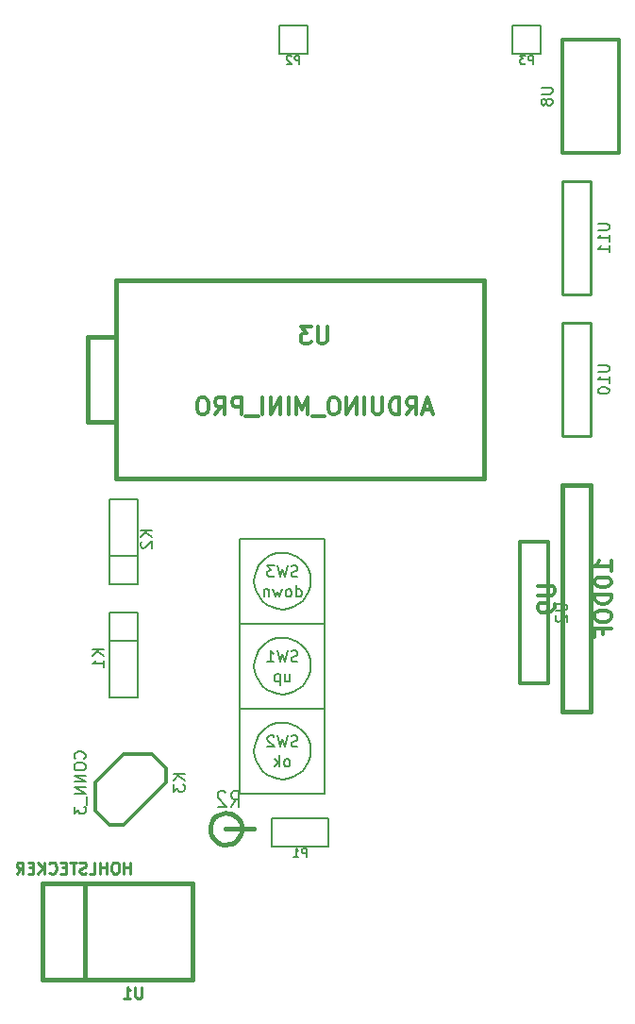
<source format=gbo>
G04 (created by PCBNEW-RS274X (2012-apr-16-27)-stable) date So 26 Okt 2014 19:58:05 CET*
G01*
G70*
G90*
%MOIN*%
G04 Gerber Fmt 3.4, Leading zero omitted, Abs format*
%FSLAX34Y34*%
G04 APERTURE LIST*
%ADD10C,0.006000*%
%ADD11C,0.015000*%
%ADD12C,0.005000*%
%ADD13C,0.012000*%
%ADD14C,0.010000*%
%ADD15C,0.008000*%
G04 APERTURE END LIST*
G54D10*
G54D11*
X-00800Y-33700D02*
X-01100Y-33700D01*
X-01100Y-33700D02*
X-01100Y-30300D01*
X-01100Y-30300D02*
X-00800Y-30300D01*
X00400Y-33700D02*
X00400Y-30300D01*
X04200Y-33700D02*
X04200Y-30300D01*
X-00800Y-30300D02*
X04200Y-30300D01*
X-00800Y-33700D02*
X04200Y-33700D01*
G54D12*
X08375Y-19625D02*
X08355Y-19819D01*
X08299Y-20006D01*
X08207Y-20178D01*
X08084Y-20329D01*
X07934Y-20454D01*
X07762Y-20546D01*
X07576Y-20604D01*
X07381Y-20624D01*
X07188Y-20607D01*
X07001Y-20552D01*
X06828Y-20461D01*
X06676Y-20339D01*
X06550Y-20189D01*
X06456Y-20018D01*
X06397Y-19832D01*
X06376Y-19638D01*
X06392Y-19445D01*
X06446Y-19257D01*
X06535Y-19084D01*
X06656Y-18931D01*
X06805Y-18804D01*
X06975Y-18709D01*
X07161Y-18649D01*
X07355Y-18626D01*
X07548Y-18641D01*
X07736Y-18693D01*
X07910Y-18781D01*
X08064Y-18901D01*
X08192Y-19049D01*
X08288Y-19219D01*
X08350Y-19404D01*
X08374Y-19598D01*
X08375Y-19625D01*
X08875Y-18125D02*
X05875Y-18125D01*
X05875Y-18125D02*
X05875Y-21125D01*
X05875Y-21125D02*
X08875Y-21125D01*
X08875Y-18125D02*
X08875Y-21125D01*
X08375Y-25625D02*
X08355Y-25819D01*
X08299Y-26006D01*
X08207Y-26178D01*
X08084Y-26329D01*
X07934Y-26454D01*
X07762Y-26546D01*
X07576Y-26604D01*
X07381Y-26624D01*
X07188Y-26607D01*
X07001Y-26552D01*
X06828Y-26461D01*
X06676Y-26339D01*
X06550Y-26189D01*
X06456Y-26018D01*
X06397Y-25832D01*
X06376Y-25638D01*
X06392Y-25445D01*
X06446Y-25257D01*
X06535Y-25084D01*
X06656Y-24931D01*
X06805Y-24804D01*
X06975Y-24709D01*
X07161Y-24649D01*
X07355Y-24626D01*
X07548Y-24641D01*
X07736Y-24693D01*
X07910Y-24781D01*
X08064Y-24901D01*
X08192Y-25049D01*
X08288Y-25219D01*
X08350Y-25404D01*
X08374Y-25598D01*
X08375Y-25625D01*
X08875Y-24125D02*
X05875Y-24125D01*
X05875Y-24125D02*
X05875Y-27125D01*
X05875Y-27125D02*
X08875Y-27125D01*
X08875Y-24125D02*
X08875Y-27125D01*
X08375Y-22625D02*
X08355Y-22819D01*
X08299Y-23006D01*
X08207Y-23178D01*
X08084Y-23329D01*
X07934Y-23454D01*
X07762Y-23546D01*
X07576Y-23604D01*
X07381Y-23624D01*
X07188Y-23607D01*
X07001Y-23552D01*
X06828Y-23461D01*
X06676Y-23339D01*
X06550Y-23189D01*
X06456Y-23018D01*
X06397Y-22832D01*
X06376Y-22638D01*
X06392Y-22445D01*
X06446Y-22257D01*
X06535Y-22084D01*
X06656Y-21931D01*
X06805Y-21804D01*
X06975Y-21709D01*
X07161Y-21649D01*
X07355Y-21626D01*
X07548Y-21641D01*
X07736Y-21693D01*
X07910Y-21781D01*
X08064Y-21901D01*
X08192Y-22049D01*
X08288Y-22219D01*
X08350Y-22404D01*
X08374Y-22598D01*
X08375Y-22625D01*
X08875Y-21125D02*
X05875Y-21125D01*
X05875Y-21125D02*
X05875Y-24125D01*
X05875Y-24125D02*
X08875Y-24125D01*
X08875Y-21125D02*
X08875Y-24125D01*
G54D11*
X05375Y-28375D02*
X06375Y-28375D01*
X05934Y-28375D02*
X05923Y-28483D01*
X05891Y-28588D01*
X05840Y-28684D01*
X05771Y-28768D01*
X05687Y-28838D01*
X05591Y-28890D01*
X05487Y-28922D01*
X05378Y-28933D01*
X05271Y-28924D01*
X05166Y-28893D01*
X05069Y-28842D01*
X04984Y-28774D01*
X04914Y-28690D01*
X04862Y-28595D01*
X04829Y-28491D01*
X04817Y-28382D01*
X04826Y-28275D01*
X04856Y-28170D01*
X04906Y-28073D01*
X04973Y-27987D01*
X05056Y-27916D01*
X05152Y-27863D01*
X05255Y-27830D01*
X05364Y-27817D01*
X05472Y-27825D01*
X05577Y-27854D01*
X05674Y-27904D01*
X05760Y-27971D01*
X05831Y-28053D01*
X05885Y-28148D01*
X05920Y-28252D01*
X05933Y-28360D01*
X05934Y-28375D01*
G54D13*
X17250Y-00500D02*
X17250Y-04500D01*
X17250Y-04500D02*
X19250Y-04500D01*
X19250Y-04500D02*
X19250Y-00500D01*
X19250Y-00500D02*
X17250Y-00500D01*
G54D14*
X17250Y-05500D02*
X17250Y-09500D01*
X18250Y-05500D02*
X18250Y-09500D01*
X18250Y-09500D02*
X17250Y-09500D01*
X17250Y-05500D02*
X18250Y-05500D01*
X17250Y-10500D02*
X17250Y-14500D01*
X18250Y-10500D02*
X18250Y-14500D01*
X18250Y-14500D02*
X17250Y-14500D01*
X17250Y-10500D02*
X18250Y-10500D01*
G54D10*
X02250Y-20750D02*
X01250Y-20750D01*
X01250Y-20750D02*
X01250Y-23750D01*
X01250Y-23750D02*
X02250Y-23750D01*
X02250Y-23750D02*
X02250Y-20750D01*
X01250Y-21750D02*
X02250Y-21750D01*
X01250Y-19750D02*
X02250Y-19750D01*
X02250Y-19750D02*
X02250Y-16750D01*
X02250Y-16750D02*
X01250Y-16750D01*
X01250Y-16750D02*
X01250Y-19750D01*
X02250Y-18750D02*
X01250Y-18750D01*
X07000Y-28000D02*
X07000Y-29000D01*
X07000Y-29000D02*
X09000Y-29000D01*
X09000Y-29000D02*
X09000Y-28000D01*
X09000Y-28000D02*
X07000Y-28000D01*
G54D11*
X17250Y-16250D02*
X18250Y-16250D01*
X18250Y-16250D02*
X18250Y-24250D01*
X18250Y-24250D02*
X17250Y-24250D01*
X17250Y-24250D02*
X17250Y-16250D01*
G54D13*
X03250Y-26750D02*
X01750Y-28250D01*
X01750Y-28250D02*
X01250Y-28250D01*
X01250Y-28250D02*
X00750Y-27750D01*
X00750Y-27750D02*
X00750Y-26750D01*
X00750Y-26750D02*
X01750Y-25750D01*
X01750Y-25750D02*
X02750Y-25750D01*
X02750Y-25750D02*
X03250Y-26250D01*
X03250Y-26250D02*
X03250Y-26750D01*
G54D10*
X08250Y00000D02*
X07250Y00000D01*
X07250Y-01000D02*
X08250Y-01000D01*
X07250Y00000D02*
X07250Y-01000D01*
X08250Y-01000D02*
X08250Y00000D01*
X16500Y00000D02*
X15500Y00000D01*
X15500Y-01000D02*
X16500Y-01000D01*
X15500Y00000D02*
X15500Y-01000D01*
X16500Y-01000D02*
X16500Y00000D01*
G54D11*
X00500Y-14000D02*
X01500Y-14000D01*
X00500Y-11000D02*
X00500Y-14000D01*
X00500Y-11000D02*
X01500Y-11000D01*
X01500Y-16000D02*
X14500Y-16000D01*
X01500Y-09000D02*
X14500Y-09000D01*
X01500Y-16000D02*
X01500Y-09000D01*
X14500Y-09000D02*
X14500Y-16000D01*
G54D13*
X16750Y-23250D02*
X15750Y-23250D01*
X15750Y-18250D02*
X16750Y-18250D01*
X16750Y-23250D02*
X16750Y-18250D01*
X15750Y-18250D02*
X15750Y-23250D01*
G54D14*
X02405Y-33962D02*
X02405Y-34286D01*
X02386Y-34324D01*
X02367Y-34343D01*
X02329Y-34362D01*
X02252Y-34362D01*
X02214Y-34343D01*
X02195Y-34324D01*
X02176Y-34286D01*
X02176Y-33962D01*
X01776Y-34362D02*
X02005Y-34362D01*
X01891Y-34362D02*
X01891Y-33962D01*
X01929Y-34019D01*
X01967Y-34057D01*
X02005Y-34076D01*
X02000Y-29962D02*
X02000Y-29562D01*
X02000Y-29752D02*
X01771Y-29752D01*
X01771Y-29962D02*
X01771Y-29562D01*
X01505Y-29562D02*
X01428Y-29562D01*
X01390Y-29581D01*
X01352Y-29619D01*
X01333Y-29695D01*
X01333Y-29829D01*
X01352Y-29905D01*
X01390Y-29943D01*
X01428Y-29962D01*
X01505Y-29962D01*
X01543Y-29943D01*
X01581Y-29905D01*
X01600Y-29829D01*
X01600Y-29695D01*
X01581Y-29619D01*
X01543Y-29581D01*
X01505Y-29562D01*
X01162Y-29962D02*
X01162Y-29562D01*
X01162Y-29752D02*
X00933Y-29752D01*
X00933Y-29962D02*
X00933Y-29562D01*
X00552Y-29962D02*
X00743Y-29962D01*
X00743Y-29562D01*
X00438Y-29943D02*
X00381Y-29962D01*
X00285Y-29962D01*
X00247Y-29943D01*
X00228Y-29924D01*
X00209Y-29886D01*
X00209Y-29848D01*
X00228Y-29810D01*
X00247Y-29790D01*
X00285Y-29771D01*
X00362Y-29752D01*
X00400Y-29733D01*
X00419Y-29714D01*
X00438Y-29676D01*
X00438Y-29638D01*
X00419Y-29600D01*
X00400Y-29581D01*
X00362Y-29562D01*
X00266Y-29562D01*
X00209Y-29581D01*
X00095Y-29562D02*
X-00134Y-29562D01*
X-00019Y-29962D02*
X-00019Y-29562D01*
X-00267Y-29752D02*
X-00401Y-29752D01*
X-00458Y-29962D02*
X-00267Y-29962D01*
X-00267Y-29562D01*
X-00458Y-29562D01*
X-00858Y-29924D02*
X-00839Y-29943D01*
X-00782Y-29962D01*
X-00744Y-29962D01*
X-00686Y-29943D01*
X-00648Y-29905D01*
X-00629Y-29867D01*
X-00610Y-29790D01*
X-00610Y-29733D01*
X-00629Y-29657D01*
X-00648Y-29619D01*
X-00686Y-29581D01*
X-00744Y-29562D01*
X-00782Y-29562D01*
X-00839Y-29581D01*
X-00858Y-29600D01*
X-01029Y-29962D02*
X-01029Y-29562D01*
X-01258Y-29962D02*
X-01086Y-29733D01*
X-01258Y-29562D02*
X-01029Y-29790D01*
X-01429Y-29752D02*
X-01563Y-29752D01*
X-01620Y-29962D02*
X-01429Y-29962D01*
X-01429Y-29562D01*
X-01620Y-29562D01*
X-02020Y-29962D02*
X-01886Y-29771D01*
X-01791Y-29962D02*
X-01791Y-29562D01*
X-01944Y-29562D01*
X-01982Y-29581D01*
X-02001Y-29600D01*
X-02020Y-29638D01*
X-02020Y-29695D01*
X-02001Y-29733D01*
X-01982Y-29752D01*
X-01944Y-29771D01*
X-01791Y-29771D01*
G54D15*
X07908Y-19468D02*
X07851Y-19487D01*
X07755Y-19487D01*
X07717Y-19468D01*
X07698Y-19449D01*
X07679Y-19411D01*
X07679Y-19373D01*
X07698Y-19335D01*
X07717Y-19315D01*
X07755Y-19296D01*
X07832Y-19277D01*
X07870Y-19258D01*
X07889Y-19239D01*
X07908Y-19201D01*
X07908Y-19163D01*
X07889Y-19125D01*
X07870Y-19106D01*
X07832Y-19087D01*
X07736Y-19087D01*
X07679Y-19106D01*
X07546Y-19087D02*
X07451Y-19487D01*
X07374Y-19201D01*
X07298Y-19487D01*
X07203Y-19087D01*
X07089Y-19087D02*
X06841Y-19087D01*
X06975Y-19239D01*
X06917Y-19239D01*
X06879Y-19258D01*
X06860Y-19277D01*
X06841Y-19315D01*
X06841Y-19411D01*
X06860Y-19449D01*
X06879Y-19468D01*
X06917Y-19487D01*
X07032Y-19487D01*
X07070Y-19468D01*
X07089Y-19449D01*
X07860Y-20187D02*
X07860Y-19787D01*
X07860Y-20168D02*
X07898Y-20187D01*
X07975Y-20187D01*
X08013Y-20168D01*
X08032Y-20149D01*
X08051Y-20111D01*
X08051Y-19996D01*
X08032Y-19958D01*
X08013Y-19939D01*
X07975Y-19920D01*
X07898Y-19920D01*
X07860Y-19939D01*
X07613Y-20187D02*
X07651Y-20168D01*
X07670Y-20149D01*
X07689Y-20111D01*
X07689Y-19996D01*
X07670Y-19958D01*
X07651Y-19939D01*
X07613Y-19920D01*
X07555Y-19920D01*
X07517Y-19939D01*
X07498Y-19958D01*
X07479Y-19996D01*
X07479Y-20111D01*
X07498Y-20149D01*
X07517Y-20168D01*
X07555Y-20187D01*
X07613Y-20187D01*
X07346Y-19920D02*
X07270Y-20187D01*
X07193Y-19996D01*
X07117Y-20187D01*
X07041Y-19920D01*
X06889Y-19920D02*
X06889Y-20187D01*
X06889Y-19958D02*
X06870Y-19939D01*
X06832Y-19920D01*
X06774Y-19920D01*
X06736Y-19939D01*
X06717Y-19977D01*
X06717Y-20187D01*
X07908Y-25468D02*
X07851Y-25487D01*
X07755Y-25487D01*
X07717Y-25468D01*
X07698Y-25449D01*
X07679Y-25411D01*
X07679Y-25373D01*
X07698Y-25335D01*
X07717Y-25315D01*
X07755Y-25296D01*
X07832Y-25277D01*
X07870Y-25258D01*
X07889Y-25239D01*
X07908Y-25201D01*
X07908Y-25163D01*
X07889Y-25125D01*
X07870Y-25106D01*
X07832Y-25087D01*
X07736Y-25087D01*
X07679Y-25106D01*
X07546Y-25087D02*
X07451Y-25487D01*
X07374Y-25201D01*
X07298Y-25487D01*
X07203Y-25087D01*
X07070Y-25125D02*
X07051Y-25106D01*
X07013Y-25087D01*
X06917Y-25087D01*
X06879Y-25106D01*
X06860Y-25125D01*
X06841Y-25163D01*
X06841Y-25201D01*
X06860Y-25258D01*
X07089Y-25487D01*
X06841Y-25487D01*
X07566Y-26187D02*
X07604Y-26168D01*
X07623Y-26149D01*
X07642Y-26111D01*
X07642Y-25996D01*
X07623Y-25958D01*
X07604Y-25939D01*
X07566Y-25920D01*
X07508Y-25920D01*
X07470Y-25939D01*
X07451Y-25958D01*
X07432Y-25996D01*
X07432Y-26111D01*
X07451Y-26149D01*
X07470Y-26168D01*
X07508Y-26187D01*
X07566Y-26187D01*
X07261Y-26187D02*
X07261Y-25787D01*
X07223Y-26035D02*
X07108Y-26187D01*
X07108Y-25920D02*
X07261Y-26073D01*
X07908Y-22468D02*
X07851Y-22487D01*
X07755Y-22487D01*
X07717Y-22468D01*
X07698Y-22449D01*
X07679Y-22411D01*
X07679Y-22373D01*
X07698Y-22335D01*
X07717Y-22315D01*
X07755Y-22296D01*
X07832Y-22277D01*
X07870Y-22258D01*
X07889Y-22239D01*
X07908Y-22201D01*
X07908Y-22163D01*
X07889Y-22125D01*
X07870Y-22106D01*
X07832Y-22087D01*
X07736Y-22087D01*
X07679Y-22106D01*
X07546Y-22087D02*
X07451Y-22487D01*
X07374Y-22201D01*
X07298Y-22487D01*
X07203Y-22087D01*
X06841Y-22487D02*
X07070Y-22487D01*
X06956Y-22487D02*
X06956Y-22087D01*
X06994Y-22144D01*
X07032Y-22182D01*
X07070Y-22201D01*
X07470Y-22920D02*
X07470Y-23187D01*
X07642Y-22920D02*
X07642Y-23130D01*
X07623Y-23168D01*
X07585Y-23187D01*
X07527Y-23187D01*
X07489Y-23168D01*
X07470Y-23149D01*
X07280Y-22920D02*
X07280Y-23320D01*
X07280Y-22939D02*
X07242Y-22920D01*
X07165Y-22920D01*
X07127Y-22939D01*
X07108Y-22958D01*
X07089Y-22996D01*
X07089Y-23111D01*
X07108Y-23149D01*
X07127Y-23168D01*
X07165Y-23187D01*
X07242Y-23187D01*
X07280Y-23168D01*
X05558Y-27598D02*
X05725Y-27336D01*
X05844Y-27598D02*
X05844Y-27048D01*
X05653Y-27048D01*
X05606Y-27074D01*
X05582Y-27100D01*
X05558Y-27152D01*
X05558Y-27231D01*
X05582Y-27283D01*
X05606Y-27310D01*
X05653Y-27336D01*
X05844Y-27336D01*
X05368Y-27100D02*
X05344Y-27074D01*
X05296Y-27048D01*
X05177Y-27048D01*
X05130Y-27074D01*
X05106Y-27100D01*
X05082Y-27152D01*
X05082Y-27205D01*
X05106Y-27283D01*
X05392Y-27598D01*
X05082Y-27598D01*
X16512Y-02195D02*
X16836Y-02195D01*
X16874Y-02214D01*
X16893Y-02233D01*
X16912Y-02271D01*
X16912Y-02348D01*
X16893Y-02386D01*
X16874Y-02405D01*
X16836Y-02424D01*
X16512Y-02424D01*
X16683Y-02671D02*
X16664Y-02633D01*
X16645Y-02614D01*
X16607Y-02595D01*
X16588Y-02595D01*
X16550Y-02614D01*
X16531Y-02633D01*
X16512Y-02671D01*
X16512Y-02748D01*
X16531Y-02786D01*
X16550Y-02805D01*
X16588Y-02824D01*
X16607Y-02824D01*
X16645Y-02805D01*
X16664Y-02786D01*
X16683Y-02748D01*
X16683Y-02671D01*
X16702Y-02633D01*
X16721Y-02614D01*
X16760Y-02595D01*
X16836Y-02595D01*
X16874Y-02614D01*
X16893Y-02633D01*
X16912Y-02671D01*
X16912Y-02748D01*
X16893Y-02786D01*
X16874Y-02805D01*
X16836Y-02824D01*
X16760Y-02824D01*
X16721Y-02805D01*
X16702Y-02786D01*
X16683Y-02748D01*
X18512Y-07005D02*
X18836Y-07005D01*
X18874Y-07024D01*
X18893Y-07043D01*
X18912Y-07081D01*
X18912Y-07158D01*
X18893Y-07196D01*
X18874Y-07215D01*
X18836Y-07234D01*
X18512Y-07234D01*
X18912Y-07634D02*
X18912Y-07405D01*
X18912Y-07519D02*
X18512Y-07519D01*
X18569Y-07481D01*
X18607Y-07443D01*
X18626Y-07405D01*
X18912Y-08015D02*
X18912Y-07786D01*
X18912Y-07900D02*
X18512Y-07900D01*
X18569Y-07862D01*
X18607Y-07824D01*
X18626Y-07786D01*
X18512Y-12005D02*
X18836Y-12005D01*
X18874Y-12024D01*
X18893Y-12043D01*
X18912Y-12081D01*
X18912Y-12158D01*
X18893Y-12196D01*
X18874Y-12215D01*
X18836Y-12234D01*
X18512Y-12234D01*
X18912Y-12634D02*
X18912Y-12405D01*
X18912Y-12519D02*
X18512Y-12519D01*
X18569Y-12481D01*
X18607Y-12443D01*
X18626Y-12405D01*
X18512Y-12881D02*
X18512Y-12920D01*
X18531Y-12958D01*
X18550Y-12977D01*
X18588Y-12996D01*
X18664Y-13015D01*
X18760Y-13015D01*
X18836Y-12996D01*
X18874Y-12977D01*
X18893Y-12958D01*
X18912Y-12920D01*
X18912Y-12881D01*
X18893Y-12843D01*
X18874Y-12824D01*
X18836Y-12805D01*
X18760Y-12786D01*
X18664Y-12786D01*
X18588Y-12805D01*
X18550Y-12824D01*
X18531Y-12843D01*
X18512Y-12881D01*
G54D10*
X01062Y-22055D02*
X00662Y-22055D01*
X01062Y-22284D02*
X00833Y-22112D01*
X00662Y-22284D02*
X00890Y-22055D01*
X01062Y-22665D02*
X01062Y-22436D01*
X01062Y-22550D02*
X00662Y-22550D01*
X00719Y-22512D01*
X00757Y-22474D01*
X00776Y-22436D01*
X02762Y-17855D02*
X02362Y-17855D01*
X02762Y-18084D02*
X02533Y-17912D01*
X02362Y-18084D02*
X02590Y-17855D01*
X02400Y-18236D02*
X02381Y-18255D01*
X02362Y-18293D01*
X02362Y-18389D01*
X02381Y-18427D01*
X02400Y-18446D01*
X02438Y-18465D01*
X02476Y-18465D01*
X02533Y-18446D01*
X02762Y-18217D01*
X02762Y-18465D01*
X08222Y-29371D02*
X08222Y-29071D01*
X08107Y-29071D01*
X08079Y-29086D01*
X08064Y-29100D01*
X08050Y-29129D01*
X08050Y-29171D01*
X08064Y-29200D01*
X08079Y-29214D01*
X08107Y-29229D01*
X08222Y-29229D01*
X07764Y-29371D02*
X07936Y-29371D01*
X07850Y-29371D02*
X07850Y-29071D01*
X07879Y-29114D01*
X07907Y-29143D01*
X07936Y-29157D01*
G54D13*
X16393Y-19793D02*
X16879Y-19793D01*
X16936Y-19821D01*
X16964Y-19850D01*
X16993Y-19907D01*
X16993Y-20021D01*
X16964Y-20079D01*
X16936Y-20107D01*
X16879Y-20136D01*
X16393Y-20136D01*
X16993Y-20450D02*
X16993Y-20565D01*
X16964Y-20622D01*
X16936Y-20650D01*
X16850Y-20708D01*
X16736Y-20736D01*
X16507Y-20736D01*
X16450Y-20708D01*
X16421Y-20679D01*
X16393Y-20622D01*
X16393Y-20508D01*
X16421Y-20450D01*
X16450Y-20422D01*
X16507Y-20393D01*
X16650Y-20393D01*
X16707Y-20422D01*
X16736Y-20450D01*
X16764Y-20508D01*
X16764Y-20622D01*
X16736Y-20679D01*
X16707Y-20708D01*
X16650Y-20736D01*
X18993Y-19265D02*
X18993Y-18922D01*
X18993Y-19094D02*
X18393Y-19094D01*
X18479Y-19037D01*
X18536Y-18979D01*
X18564Y-18922D01*
X18393Y-19636D02*
X18393Y-19693D01*
X18421Y-19750D01*
X18450Y-19779D01*
X18507Y-19808D01*
X18621Y-19836D01*
X18764Y-19836D01*
X18879Y-19808D01*
X18936Y-19779D01*
X18964Y-19750D01*
X18993Y-19693D01*
X18993Y-19636D01*
X18964Y-19579D01*
X18936Y-19550D01*
X18879Y-19522D01*
X18764Y-19493D01*
X18621Y-19493D01*
X18507Y-19522D01*
X18450Y-19550D01*
X18421Y-19579D01*
X18393Y-19636D01*
X18993Y-20093D02*
X18393Y-20093D01*
X18393Y-20236D01*
X18421Y-20321D01*
X18479Y-20379D01*
X18536Y-20407D01*
X18650Y-20436D01*
X18736Y-20436D01*
X18850Y-20407D01*
X18907Y-20379D01*
X18964Y-20321D01*
X18993Y-20236D01*
X18993Y-20093D01*
X18393Y-20807D02*
X18393Y-20921D01*
X18421Y-20979D01*
X18479Y-21036D01*
X18593Y-21064D01*
X18793Y-21064D01*
X18907Y-21036D01*
X18964Y-20979D01*
X18993Y-20921D01*
X18993Y-20807D01*
X18964Y-20750D01*
X18907Y-20693D01*
X18793Y-20664D01*
X18593Y-20664D01*
X18479Y-20693D01*
X18421Y-20750D01*
X18393Y-20807D01*
X18679Y-21522D02*
X18679Y-21322D01*
X18993Y-21322D02*
X18393Y-21322D01*
X18393Y-21608D01*
G54D15*
X03912Y-26455D02*
X03512Y-26455D01*
X03912Y-26684D02*
X03683Y-26512D01*
X03512Y-26684D02*
X03740Y-26455D01*
X03512Y-26817D02*
X03512Y-27065D01*
X03664Y-26931D01*
X03664Y-26989D01*
X03683Y-27027D01*
X03702Y-27046D01*
X03740Y-27065D01*
X03836Y-27065D01*
X03874Y-27046D01*
X03893Y-27027D01*
X03912Y-26989D01*
X03912Y-26874D01*
X03893Y-26836D01*
X03874Y-26817D01*
X00374Y-25903D02*
X00393Y-25884D01*
X00412Y-25827D01*
X00412Y-25789D01*
X00393Y-25731D01*
X00355Y-25693D01*
X00317Y-25674D01*
X00240Y-25655D01*
X00183Y-25655D01*
X00107Y-25674D01*
X00069Y-25693D01*
X00031Y-25731D01*
X00012Y-25789D01*
X00012Y-25827D01*
X00031Y-25884D01*
X00050Y-25903D01*
X00012Y-26150D02*
X00012Y-26227D01*
X00031Y-26265D01*
X00069Y-26303D01*
X00145Y-26322D01*
X00279Y-26322D01*
X00355Y-26303D01*
X00393Y-26265D01*
X00412Y-26227D01*
X00412Y-26150D01*
X00393Y-26112D01*
X00355Y-26074D01*
X00279Y-26055D01*
X00145Y-26055D01*
X00069Y-26074D01*
X00031Y-26112D01*
X00012Y-26150D01*
X00412Y-26493D02*
X00012Y-26493D01*
X00412Y-26722D01*
X00012Y-26722D01*
X00412Y-26912D02*
X00012Y-26912D01*
X00412Y-27141D01*
X00012Y-27141D01*
X00450Y-27236D02*
X00450Y-27541D01*
X00012Y-27598D02*
X00012Y-27846D01*
X00164Y-27712D01*
X00164Y-27770D01*
X00183Y-27808D01*
X00202Y-27827D01*
X00240Y-27846D01*
X00336Y-27846D01*
X00374Y-27827D01*
X00393Y-27808D01*
X00412Y-27770D01*
X00412Y-27655D01*
X00393Y-27617D01*
X00374Y-27598D01*
G54D10*
X07972Y-01371D02*
X07972Y-01071D01*
X07857Y-01071D01*
X07829Y-01086D01*
X07814Y-01100D01*
X07800Y-01129D01*
X07800Y-01171D01*
X07814Y-01200D01*
X07829Y-01214D01*
X07857Y-01229D01*
X07972Y-01229D01*
X07686Y-01100D02*
X07672Y-01086D01*
X07643Y-01071D01*
X07572Y-01071D01*
X07543Y-01086D01*
X07529Y-01100D01*
X07514Y-01129D01*
X07514Y-01157D01*
X07529Y-01200D01*
X07700Y-01371D01*
X07514Y-01371D01*
X16222Y-01371D02*
X16222Y-01071D01*
X16107Y-01071D01*
X16079Y-01086D01*
X16064Y-01100D01*
X16050Y-01129D01*
X16050Y-01171D01*
X16064Y-01200D01*
X16079Y-01214D01*
X16107Y-01229D01*
X16222Y-01229D01*
X15950Y-01071D02*
X15764Y-01071D01*
X15864Y-01186D01*
X15822Y-01186D01*
X15793Y-01200D01*
X15779Y-01214D01*
X15764Y-01243D01*
X15764Y-01314D01*
X15779Y-01343D01*
X15793Y-01357D01*
X15822Y-01371D01*
X15907Y-01371D01*
X15936Y-01357D01*
X15950Y-01343D01*
G54D13*
X08957Y-10643D02*
X08957Y-11129D01*
X08929Y-11186D01*
X08900Y-11214D01*
X08843Y-11243D01*
X08729Y-11243D01*
X08671Y-11214D01*
X08643Y-11186D01*
X08614Y-11129D01*
X08614Y-10643D01*
X08385Y-10643D02*
X08014Y-10643D01*
X08214Y-10871D01*
X08128Y-10871D01*
X08071Y-10900D01*
X08042Y-10929D01*
X08014Y-10986D01*
X08014Y-11129D01*
X08042Y-11186D01*
X08071Y-11214D01*
X08128Y-11243D01*
X08300Y-11243D01*
X08357Y-11214D01*
X08385Y-11186D01*
X12644Y-13571D02*
X12358Y-13571D01*
X12701Y-13743D02*
X12501Y-13143D01*
X12301Y-13743D01*
X11758Y-13743D02*
X11958Y-13457D01*
X12101Y-13743D02*
X12101Y-13143D01*
X11873Y-13143D01*
X11815Y-13171D01*
X11787Y-13200D01*
X11758Y-13257D01*
X11758Y-13343D01*
X11787Y-13400D01*
X11815Y-13429D01*
X11873Y-13457D01*
X12101Y-13457D01*
X11501Y-13743D02*
X11501Y-13143D01*
X11358Y-13143D01*
X11273Y-13171D01*
X11215Y-13229D01*
X11187Y-13286D01*
X11158Y-13400D01*
X11158Y-13486D01*
X11187Y-13600D01*
X11215Y-13657D01*
X11273Y-13714D01*
X11358Y-13743D01*
X11501Y-13743D01*
X10901Y-13143D02*
X10901Y-13629D01*
X10873Y-13686D01*
X10844Y-13714D01*
X10787Y-13743D01*
X10673Y-13743D01*
X10615Y-13714D01*
X10587Y-13686D01*
X10558Y-13629D01*
X10558Y-13143D01*
X10272Y-13743D02*
X10272Y-13143D01*
X09986Y-13743D02*
X09986Y-13143D01*
X09643Y-13743D01*
X09643Y-13143D01*
X09243Y-13143D02*
X09129Y-13143D01*
X09071Y-13171D01*
X09014Y-13229D01*
X08986Y-13343D01*
X08986Y-13543D01*
X09014Y-13657D01*
X09071Y-13714D01*
X09129Y-13743D01*
X09243Y-13743D01*
X09300Y-13714D01*
X09357Y-13657D01*
X09386Y-13543D01*
X09386Y-13343D01*
X09357Y-13229D01*
X09300Y-13171D01*
X09243Y-13143D01*
X08871Y-13800D02*
X08414Y-13800D01*
X08271Y-13743D02*
X08271Y-13143D01*
X08071Y-13571D01*
X07871Y-13143D01*
X07871Y-13743D01*
X07585Y-13743D02*
X07585Y-13143D01*
X07299Y-13743D02*
X07299Y-13143D01*
X06956Y-13743D01*
X06956Y-13143D01*
X06670Y-13743D02*
X06670Y-13143D01*
X06527Y-13800D02*
X06070Y-13800D01*
X05927Y-13743D02*
X05927Y-13143D01*
X05699Y-13143D01*
X05641Y-13171D01*
X05613Y-13200D01*
X05584Y-13257D01*
X05584Y-13343D01*
X05613Y-13400D01*
X05641Y-13429D01*
X05699Y-13457D01*
X05927Y-13457D01*
X04984Y-13743D02*
X05184Y-13457D01*
X05327Y-13743D02*
X05327Y-13143D01*
X05099Y-13143D01*
X05041Y-13171D01*
X05013Y-13200D01*
X04984Y-13257D01*
X04984Y-13343D01*
X05013Y-13400D01*
X05041Y-13429D01*
X05099Y-13457D01*
X05327Y-13457D01*
X04613Y-13143D02*
X04499Y-13143D01*
X04441Y-13171D01*
X04384Y-13229D01*
X04356Y-13343D01*
X04356Y-13543D01*
X04384Y-13657D01*
X04441Y-13714D01*
X04499Y-13743D01*
X04613Y-13743D01*
X04670Y-13714D01*
X04727Y-13657D01*
X04756Y-13543D01*
X04756Y-13343D01*
X04727Y-13229D01*
X04670Y-13171D01*
X04613Y-13143D01*
G54D15*
X17012Y-20445D02*
X17336Y-20445D01*
X17374Y-20464D01*
X17393Y-20483D01*
X17412Y-20521D01*
X17412Y-20598D01*
X17393Y-20636D01*
X17374Y-20655D01*
X17336Y-20674D01*
X17012Y-20674D01*
X17050Y-20845D02*
X17031Y-20864D01*
X17012Y-20902D01*
X17012Y-20998D01*
X17031Y-21036D01*
X17050Y-21055D01*
X17088Y-21074D01*
X17126Y-21074D01*
X17183Y-21055D01*
X17412Y-20826D01*
X17412Y-21074D01*
M02*

</source>
